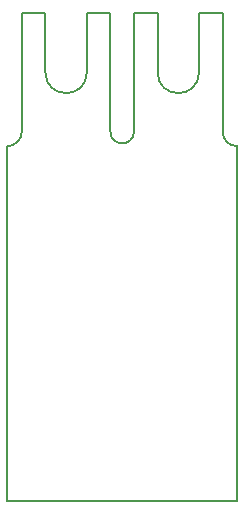
<source format=gko>
G04 Layer_Color=16711935*
%FSLAX44Y44*%
%MOMM*%
G71*
G01*
G75*
%ADD26C,0.2000*%
D26*
X-97500Y-2500D02*
G03*
X-85000Y10000I0J12500D01*
G01*
X85000D02*
G03*
X97500Y-2500I12500J0D01*
G01*
X-10000Y10000D02*
G03*
X10000Y10000I10000J0D01*
G01*
X30000Y60000D02*
G03*
X65000Y60000I17500J0D01*
G01*
X-65000D02*
G03*
X-30000Y60000I17500J0D01*
G01*
X97500Y-302500D02*
Y-2500D01*
X-97500Y-302500D02*
Y-2500D01*
X85000Y10000D02*
Y110000D01*
X-85000Y10000D02*
Y110000D01*
X65000Y60000D02*
Y110000D01*
X30000Y60000D02*
Y110000D01*
X-30000Y60000D02*
Y110000D01*
X-65000Y60000D02*
Y110000D01*
X-30000D02*
X-10000D01*
X10000D02*
X30000D01*
X65000D02*
X85000D01*
X-85000D02*
X-65000D01*
X-10000Y10000D02*
Y110000D01*
X-97500Y-302500D02*
X97500D01*
X10000Y10000D02*
Y110000D01*
M02*

</source>
